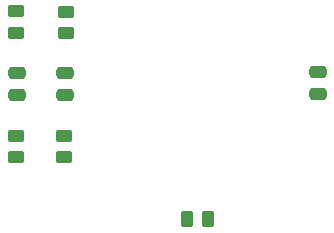
<source format=gbr>
%TF.GenerationSoftware,KiCad,Pcbnew,(6.0.4)*%
%TF.CreationDate,2022-04-25T14:33:06+01:00*%
%TF.ProjectId,CameraIntervalometer,43616d65-7261-4496-9e74-657276616c6f,rev?*%
%TF.SameCoordinates,Original*%
%TF.FileFunction,Paste,Top*%
%TF.FilePolarity,Positive*%
%FSLAX46Y46*%
G04 Gerber Fmt 4.6, Leading zero omitted, Abs format (unit mm)*
G04 Created by KiCad (PCBNEW (6.0.4)) date 2022-04-25 14:33:06*
%MOMM*%
%LPD*%
G01*
G04 APERTURE LIST*
G04 Aperture macros list*
%AMRoundRect*
0 Rectangle with rounded corners*
0 $1 Rounding radius*
0 $2 $3 $4 $5 $6 $7 $8 $9 X,Y pos of 4 corners*
0 Add a 4 corners polygon primitive as box body*
4,1,4,$2,$3,$4,$5,$6,$7,$8,$9,$2,$3,0*
0 Add four circle primitives for the rounded corners*
1,1,$1+$1,$2,$3*
1,1,$1+$1,$4,$5*
1,1,$1+$1,$6,$7*
1,1,$1+$1,$8,$9*
0 Add four rect primitives between the rounded corners*
20,1,$1+$1,$2,$3,$4,$5,0*
20,1,$1+$1,$4,$5,$6,$7,0*
20,1,$1+$1,$6,$7,$8,$9,0*
20,1,$1+$1,$8,$9,$2,$3,0*%
G04 Aperture macros list end*
%ADD10RoundRect,0.250000X0.450000X-0.262500X0.450000X0.262500X-0.450000X0.262500X-0.450000X-0.262500X0*%
%ADD11RoundRect,0.250000X-0.450000X0.262500X-0.450000X-0.262500X0.450000X-0.262500X0.450000X0.262500X0*%
%ADD12RoundRect,0.250000X-0.475000X0.250000X-0.475000X-0.250000X0.475000X-0.250000X0.475000X0.250000X0*%
%ADD13RoundRect,0.250000X0.262500X0.450000X-0.262500X0.450000X-0.262500X-0.450000X0.262500X-0.450000X0*%
G04 APERTURE END LIST*
D10*
%TO.C,R4*%
X152570000Y-76950000D03*
X152570000Y-75125000D03*
%TD*%
D11*
%TO.C,R2*%
X156800000Y-77012500D03*
X156800000Y-75187500D03*
%TD*%
D12*
%TO.C,C1*%
X156680000Y-82262500D03*
X156680000Y-80362500D03*
%TD*%
D10*
%TO.C,R1*%
X156650000Y-87500000D03*
X156650000Y-85675000D03*
%TD*%
D12*
%TO.C,C2*%
X152600000Y-80362500D03*
X152600000Y-82262500D03*
%TD*%
%TO.C,C3*%
X178100000Y-80250000D03*
X178100000Y-82150000D03*
%TD*%
D10*
%TO.C,R3*%
X152570000Y-87500000D03*
X152570000Y-85675000D03*
%TD*%
D13*
%TO.C,R5*%
X168812500Y-92750000D03*
X166987500Y-92750000D03*
%TD*%
M02*

</source>
